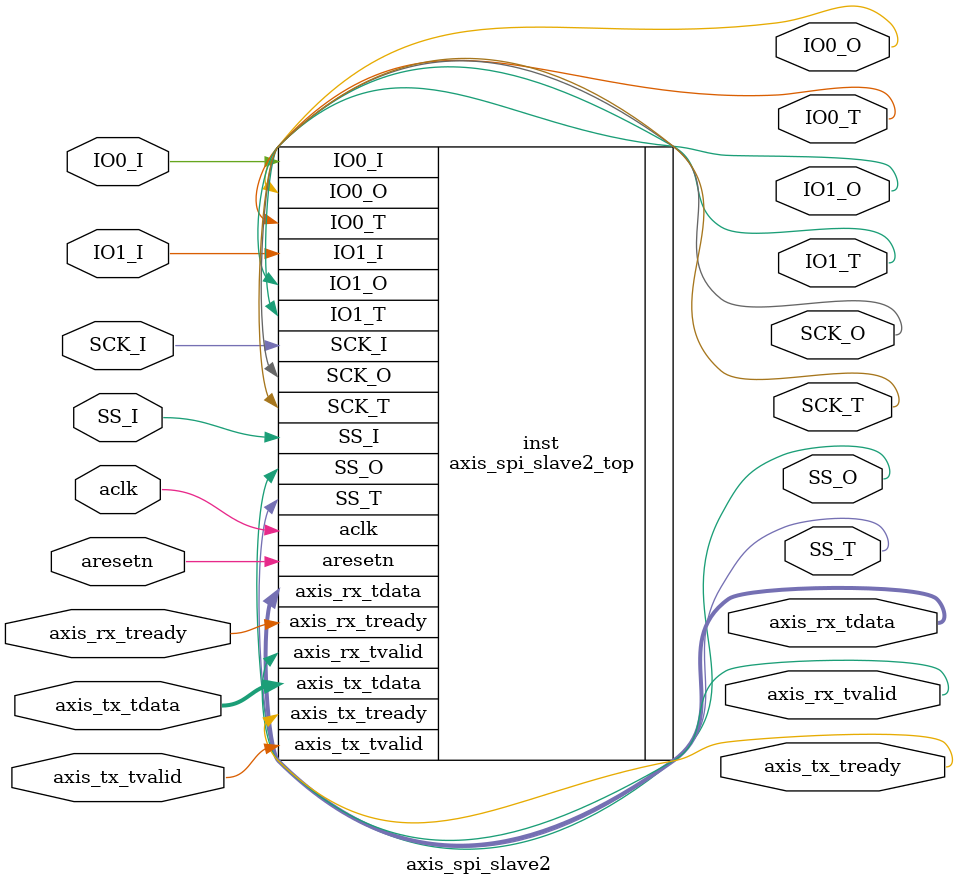
<source format=v>
/*
Copyright (c) 2019 Chengdu JinZhiLi Technology Co., Ltd.
All rights reserved.
*/

`timescale 1 ns / 1 ps
`default_nettype none

//==============================================================================
//
// SPI Interface timing:
//
//                ____                                             __________
//  SS                \___________________________________________/
//                         ___     ___     ___     ___     ___
//  SCK   CPOL=0  ________/   \___/   \___/   \___/   \___/   \______________
//
//                     _______ _______ _______ _______ _______
//  MOSI/ CPHA=0  zzzzX___0___X___1___X__...__X___6___X___7___Xxxxxzzzzzzzzzz
//  MISO                  _______ _______ _______ _______ _______
//        CPHA=1  zzzzxxxxX___0___X___1___X__...__X___6___X___7___Xzzzzzzzzzz
//
// This core is fixed CPOL = 0 and CPHA = 1. That is FPGA will drive SO at
// rising edge of SCK, and will sample SI at failing edge of SCK.
//==============================================================================

module axis_spi_slave2 #(
    parameter C_DATA_WIDTH = 8 // 8, 16, 24, 32
) (
    // SPI
    //=====
    (* X_INTERFACE_INFO = "xilinx.com:interface:spi:1.0 SPI SS_I" *)
    input  wire                    SS_I          ,
    (* X_INTERFACE_INFO = "xilinx.com:interface:spi:1.0 SPI SS_O" *)
    output wire                    SS_O          ,
    (* X_INTERFACE_INFO = "xilinx.com:interface:spi:1.0 SPI SS_T" *)
    output wire                    SS_T          ,
    (* X_INTERFACE_INFO = "xilinx.com:interface:spi:1.0 SPI SCK_I" *)
    input  wire                    SCK_I         ,
    (* X_INTERFACE_INFO = "xilinx.com:interface:spi:1.0 SPI SCK_O" *)
    output wire                    SCK_O         ,
    (* X_INTERFACE_INFO = "xilinx.com:interface:spi:1.0 SPI SCK_T" *)
    output wire                    SCK_T         ,
    (* X_INTERFACE_INFO = "xilinx.com:interface:spi:1.0 SPI IO0_I" *)
    input  wire                    IO0_I         , // SI
    (* X_INTERFACE_INFO = "xilinx.com:interface:spi:1.0 SPI IO0_O" *)
    output wire                    IO0_O         ,
    (* X_INTERFACE_INFO = "xilinx.com:interface:spi:1.0 SPI IO0_T" *)
    output wire                    IO0_T         ,
    (* X_INTERFACE_INFO = "xilinx.com:interface:spi:1.0 SPI IO1_I" *)
    input  wire                    IO1_I         , // SO
    (* X_INTERFACE_INFO = "xilinx.com:interface:spi:1.0 SPI IO1_O" *)
    output wire                    IO1_O         ,
    (* X_INTERFACE_INFO = "xilinx.com:interface:spi:1.0 SPI IO1_T" *)
    output wire                    IO1_T         ,
    //=====
    (* X_INTERFACE_INFO = "xilinx.com:signal:clock:1.0 aclk CLK" *)
    (* X_INTERFACE_PARAMETER = "ASSOCIATED_BUSIF axis_rx:axis_tx, ASSOCIATED_RESET aresetn" *)
    input  wire                    aclk          ,
    (* X_INTERFACE_INFO = "xilinx.com:signal:reset:1.0 aresetn RST" *)
    (* X_INTERFACE_PARAMETER = "POLARITY ACTIVE_LOW" *)
    input  wire                    aresetn       ,
    // Rx i/f, beat at each bit
    (* X_INTERFACE_INFO = "xilinx.com:interface:axis:1.0 axis_rx TDATA" *)
    output wire [C_DATA_WIDTH-1:0] axis_rx_tdata ,
    (* X_INTERFACE_INFO = "xilinx.com:interface:axis:1.0 axis_rx TVALID" *)
    output wire                    axis_rx_tvalid,
    (* X_INTERFACE_INFO = "xilinx.com:interface:axis:1.0 axis_rx TREADY" *)
    input  wire                    axis_rx_tready,
    // Tx i/f, beat at each word
    (* X_INTERFACE_INFO = "xilinx.com:interface:axis:1.0 axis_tx TDATA" *)
    input  wire [C_DATA_WIDTH-1:0] axis_tx_tdata ,
    (* X_INTERFACE_INFO = "xilinx.com:interface:axis:1.0 axis_tx TVALID" *)
    input  wire                    axis_tx_tvalid,
    (* X_INTERFACE_INFO = "xilinx.com:interface:axis:1.0 axis_tx TREADY" *)
    output wire                    axis_tx_tready
);

    axis_spi_slave2_top #(
        .C_DATA_WIDTH(C_DATA_WIDTH)
    ) inst (
        .SS_I          (SS_I          ),
        .SS_O          (SS_O          ),
        .SS_T          (SS_T          ),
        .SCK_I         (SCK_I         ),
        .SCK_O         (SCK_O         ),
        .SCK_T         (SCK_T         ),
        .IO0_I         (IO0_I         ),
        .IO0_O         (IO0_O         ),
        .IO0_T         (IO0_T         ),
        .IO1_I         (IO1_I         ),
        .IO1_O         (IO1_O         ),
        .IO1_T         (IO1_T         ),
        //
        .aclk          (aclk          ),
        .aresetn       (aresetn       ),
        //
        .axis_rx_tdata (axis_rx_tdata ),
        .axis_rx_tvalid(axis_rx_tvalid),
        .axis_rx_tready(axis_rx_tready),
        //
        .axis_tx_tdata (axis_tx_tdata ),
        .axis_tx_tvalid(axis_tx_tvalid),
        .axis_tx_tready(axis_tx_tready)
    );

endmodule

`default_nettype wire

</source>
